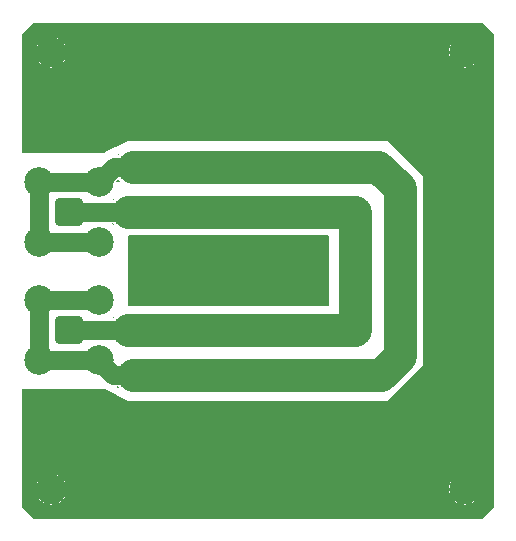
<source format=gtl>
G04 #@! TF.GenerationSoftware,KiCad,Pcbnew,7.0.7*
G04 #@! TF.CreationDate,2023-11-07T16:40:15+01:00*
G04 #@! TF.ProjectId,semkicker01,73656d6b-6963-46b6-9572-30312e6b6963,rev?*
G04 #@! TF.SameCoordinates,Original*
G04 #@! TF.FileFunction,Copper,L1,Top*
G04 #@! TF.FilePolarity,Positive*
%FSLAX46Y46*%
G04 Gerber Fmt 4.6, Leading zero omitted, Abs format (unit mm)*
G04 Created by KiCad (PCBNEW 7.0.7) date 2023-11-07 16:40:15*
%MOMM*%
%LPD*%
G01*
G04 APERTURE LIST*
G04 Aperture macros list*
%AMRoundRect*
0 Rectangle with rounded corners*
0 $1 Rounding radius*
0 $2 $3 $4 $5 $6 $7 $8 $9 X,Y pos of 4 corners*
0 Add a 4 corners polygon primitive as box body*
4,1,4,$2,$3,$4,$5,$6,$7,$8,$9,$2,$3,0*
0 Add four circle primitives for the rounded corners*
1,1,$1+$1,$2,$3*
1,1,$1+$1,$4,$5*
1,1,$1+$1,$6,$7*
1,1,$1+$1,$8,$9*
0 Add four rect primitives between the rounded corners*
20,1,$1+$1,$2,$3,$4,$5,0*
20,1,$1+$1,$4,$5,$6,$7,0*
20,1,$1+$1,$6,$7,$8,$9,0*
20,1,$1+$1,$8,$9,$2,$3,0*%
G04 Aperture macros list end*
G04 #@! TA.AperFunction,ComponentPad*
%ADD10RoundRect,0.200100X0.949900X-0.949900X0.949900X0.949900X-0.949900X0.949900X-0.949900X-0.949900X0*%
G04 #@! TD*
G04 #@! TA.AperFunction,ComponentPad*
%ADD11C,2.500000*%
G04 #@! TD*
G04 #@! TA.AperFunction,ViaPad*
%ADD12C,0.800000*%
G04 #@! TD*
G04 #@! TA.AperFunction,Conductor*
%ADD13C,2.800000*%
G04 #@! TD*
G04 #@! TA.AperFunction,Conductor*
%ADD14C,1.600000*%
G04 #@! TD*
G04 APERTURE END LIST*
D10*
X134000000Y-85000000D03*
D11*
X131460000Y-87540000D03*
X136540000Y-87540000D03*
X131460000Y-82460000D03*
X136540000Y-82460000D03*
D10*
X133960000Y-95000000D03*
D11*
X131420000Y-97540000D03*
X136500000Y-97540000D03*
X131420000Y-92460000D03*
X136500000Y-92460000D03*
D12*
X162250000Y-91000000D03*
X162250000Y-89000000D03*
X162250000Y-90000000D03*
X162250000Y-92000000D03*
X162250000Y-88000000D03*
X158250000Y-92000000D03*
X158250000Y-91000000D03*
X158250000Y-90000000D03*
X158250000Y-89000000D03*
X158250000Y-88000000D03*
X144000000Y-88000000D03*
X159000000Y-110000000D03*
X143000000Y-106000000D03*
X164000000Y-70000000D03*
X169000000Y-88000000D03*
X151000000Y-102000000D03*
X161000000Y-78000000D03*
X169000000Y-93000000D03*
X157000000Y-70000000D03*
X156000000Y-106000000D03*
X159000000Y-78000000D03*
X165000000Y-95000000D03*
X165000000Y-84000000D03*
X148000000Y-74000000D03*
X152000000Y-88000000D03*
X169000000Y-98000000D03*
X143000000Y-92000000D03*
X149000000Y-78000000D03*
X167000000Y-106000000D03*
X145000000Y-92000000D03*
X131000000Y-104000000D03*
X169000000Y-91000000D03*
X165000000Y-107000000D03*
X145000000Y-74000000D03*
X133000000Y-106000000D03*
X150000000Y-102000000D03*
X159000000Y-106000000D03*
X165000000Y-106000000D03*
X152000000Y-92000000D03*
X168000000Y-106000000D03*
X133000000Y-74000000D03*
X169000000Y-95000000D03*
X156000000Y-74000000D03*
X132000000Y-74000000D03*
X159000000Y-74000000D03*
X146000000Y-106000000D03*
X169000000Y-82000000D03*
X132000000Y-79000000D03*
X165000000Y-94000000D03*
X142000000Y-106000000D03*
X131000000Y-78000000D03*
X165000000Y-103000000D03*
X140000000Y-106000000D03*
X155000000Y-78000000D03*
X165000000Y-82000000D03*
X149000000Y-110000000D03*
X140000000Y-90000000D03*
X165000000Y-81000000D03*
X154000000Y-102000000D03*
X141000000Y-78000000D03*
X169000000Y-81000000D03*
X155000000Y-102000000D03*
X145000000Y-92000000D03*
X165000000Y-89000000D03*
X140000000Y-88000000D03*
X158000000Y-110000000D03*
X147000000Y-88000000D03*
X161000000Y-74000000D03*
X169000000Y-97000000D03*
X137000000Y-106000000D03*
X152000000Y-78000000D03*
X161000000Y-106000000D03*
X136000000Y-101000000D03*
X160000000Y-70000000D03*
X148000000Y-102000000D03*
X143000000Y-110000000D03*
X165000000Y-79000000D03*
X169000000Y-77000000D03*
X146000000Y-102000000D03*
X146000000Y-88000000D03*
X139000000Y-106000000D03*
X169000000Y-83000000D03*
X148000000Y-110000000D03*
X156000000Y-102000000D03*
X162000000Y-101000000D03*
X159000000Y-70000000D03*
X163000000Y-74000000D03*
X144000000Y-102000000D03*
X140000000Y-78000000D03*
X145000000Y-78000000D03*
X157000000Y-106000000D03*
X141000000Y-102000000D03*
X143000000Y-88000000D03*
X148000000Y-92000000D03*
X165000000Y-98000000D03*
X167000000Y-74000000D03*
X147000000Y-78000000D03*
X169000000Y-92000000D03*
X169000000Y-90000000D03*
X150000000Y-106000000D03*
X158000000Y-78000000D03*
X145000000Y-88000000D03*
X144000000Y-74000000D03*
X157000000Y-70000000D03*
X146000000Y-92000000D03*
X135000000Y-79000000D03*
X148000000Y-88000000D03*
X144000000Y-110000000D03*
X152000000Y-102000000D03*
X165000000Y-71000000D03*
X165000000Y-75000000D03*
X158000000Y-70000000D03*
X138000000Y-102000000D03*
X151000000Y-70000000D03*
X135000000Y-70000000D03*
X139000000Y-70000000D03*
X158000000Y-106000000D03*
X165000000Y-102000000D03*
X135000000Y-106000000D03*
X169000000Y-79000000D03*
X154000000Y-74000000D03*
X149000000Y-102000000D03*
X156000000Y-70000000D03*
X165000000Y-76000000D03*
X160000000Y-74000000D03*
X156000000Y-78000000D03*
X149000000Y-74000000D03*
X135000000Y-74000000D03*
X150000000Y-70000000D03*
X169000000Y-76000000D03*
X134000000Y-106000000D03*
X166000000Y-106000000D03*
X131000000Y-77000000D03*
X152000000Y-110000000D03*
X162000000Y-79000000D03*
X160000000Y-110000000D03*
X165000000Y-104000000D03*
X163000000Y-100000000D03*
X140000000Y-102000000D03*
X153000000Y-78000000D03*
X160000000Y-78000000D03*
X141000000Y-92000000D03*
X135000000Y-110000000D03*
X165000000Y-77000000D03*
X165000000Y-83000000D03*
X136000000Y-79000000D03*
X165000000Y-100000000D03*
X165000000Y-91000000D03*
X131000000Y-76000000D03*
X151000000Y-92000000D03*
X135000000Y-73000000D03*
X153000000Y-106000000D03*
X165000000Y-86000000D03*
X154000000Y-70000000D03*
X162000000Y-70000000D03*
X131000000Y-101000000D03*
X137000000Y-79000000D03*
X156000000Y-110000000D03*
X169000000Y-99000000D03*
X164000000Y-106000000D03*
X137000000Y-101000000D03*
X134000000Y-74000000D03*
X138000000Y-78000000D03*
X139000000Y-102000000D03*
X152000000Y-70000000D03*
X142000000Y-110000000D03*
X149000000Y-106000000D03*
X140000000Y-110000000D03*
X149000000Y-88000000D03*
X155000000Y-74000000D03*
X142000000Y-102000000D03*
X169000000Y-101000000D03*
X164000000Y-106000000D03*
X153000000Y-88000000D03*
X147000000Y-110000000D03*
X155000000Y-70000000D03*
X144000000Y-78000000D03*
X142000000Y-74000000D03*
X162000000Y-74000000D03*
X155000000Y-92000000D03*
X137000000Y-102000000D03*
X161000000Y-110000000D03*
X143000000Y-78000000D03*
X169000000Y-94000000D03*
X131000000Y-74000000D03*
X159000000Y-102000000D03*
X165000000Y-70000000D03*
X157000000Y-78000000D03*
X149000000Y-70000000D03*
X142000000Y-88000000D03*
X143000000Y-70000000D03*
X148000000Y-106000000D03*
X140000000Y-89000000D03*
X141000000Y-74000000D03*
X138000000Y-70000000D03*
X168000000Y-74000000D03*
X140000000Y-110000000D03*
X140000000Y-106000000D03*
X165000000Y-105000000D03*
X155000000Y-88000000D03*
X169000000Y-102000000D03*
X137000000Y-78000000D03*
X151000000Y-106000000D03*
X143000000Y-74000000D03*
X160000000Y-106000000D03*
X140000000Y-74000000D03*
X132000000Y-101000000D03*
X137000000Y-70000000D03*
X145000000Y-70000000D03*
X135000000Y-101000000D03*
X141000000Y-110000000D03*
X165000000Y-97000000D03*
X157000000Y-110000000D03*
X148000000Y-70000000D03*
X163000000Y-70000000D03*
X131000000Y-75000000D03*
X136000000Y-110000000D03*
X165000000Y-72000000D03*
X151000000Y-110000000D03*
X157000000Y-74000000D03*
X169000000Y-104000000D03*
X169000000Y-89000000D03*
X161000000Y-102000000D03*
X148000000Y-78000000D03*
X153000000Y-92000000D03*
X150000000Y-110000000D03*
X165000000Y-88000000D03*
X158000000Y-74000000D03*
X131000000Y-79000000D03*
X169000000Y-85000000D03*
X138000000Y-110000000D03*
X151000000Y-78000000D03*
X165000000Y-92000000D03*
X131000000Y-102000000D03*
X154000000Y-106000000D03*
X136000000Y-106000000D03*
X163000000Y-106000000D03*
X141000000Y-70000000D03*
X137000000Y-74000000D03*
X147000000Y-106000000D03*
X149000000Y-92000000D03*
X169000000Y-106000000D03*
X144000000Y-70000000D03*
X132000000Y-106000000D03*
X169000000Y-105000000D03*
X150000000Y-92000000D03*
X158000000Y-102000000D03*
X164000000Y-110000000D03*
X165000000Y-87000000D03*
X144000000Y-106000000D03*
X147000000Y-102000000D03*
X155000000Y-90000000D03*
X138000000Y-74000000D03*
X139000000Y-110000000D03*
X135000000Y-108000000D03*
X160000000Y-102000000D03*
X169000000Y-75000000D03*
X169000000Y-87000000D03*
X161000000Y-70000000D03*
X135000000Y-109000000D03*
X155000000Y-106000000D03*
X150000000Y-74000000D03*
X142000000Y-92000000D03*
X147000000Y-70000000D03*
X150000000Y-78000000D03*
X147000000Y-74000000D03*
X165000000Y-96000000D03*
X155000000Y-110000000D03*
X164000000Y-99000000D03*
X165000000Y-90000000D03*
X146000000Y-74000000D03*
X135000000Y-71000000D03*
X165000000Y-108000000D03*
X133000000Y-79000000D03*
X153000000Y-110000000D03*
X142000000Y-70000000D03*
X145000000Y-106000000D03*
X151000000Y-74000000D03*
X165000000Y-85000000D03*
X146000000Y-106000000D03*
X154000000Y-92000000D03*
X140000000Y-70000000D03*
X145000000Y-102000000D03*
X145000000Y-110000000D03*
X150000000Y-88000000D03*
X141000000Y-88000000D03*
X165000000Y-75000000D03*
X165000000Y-110000000D03*
X140000000Y-91000000D03*
X169000000Y-80000000D03*
X134000000Y-101000000D03*
X163000000Y-80000000D03*
X165000000Y-74000000D03*
X169000000Y-78000000D03*
X165000000Y-101000000D03*
X165000000Y-109000000D03*
X152000000Y-106000000D03*
X141000000Y-106000000D03*
X139000000Y-78000000D03*
X134000000Y-79000000D03*
X155000000Y-89000000D03*
X169000000Y-103000000D03*
X151000000Y-88000000D03*
X154000000Y-78000000D03*
X165000000Y-80000000D03*
X133000000Y-101000000D03*
X163000000Y-110000000D03*
X169000000Y-86000000D03*
X137000000Y-110000000D03*
X164000000Y-74000000D03*
X144000000Y-92000000D03*
X154000000Y-110000000D03*
X138000000Y-106000000D03*
X131000000Y-106000000D03*
X154000000Y-88000000D03*
X153000000Y-102000000D03*
X169000000Y-84000000D03*
X165000000Y-78000000D03*
X155000000Y-91000000D03*
X166000000Y-74000000D03*
X153000000Y-74000000D03*
X143000000Y-102000000D03*
X169000000Y-96000000D03*
X136000000Y-74000000D03*
X135000000Y-72000000D03*
X135000000Y-107000000D03*
X157000000Y-102000000D03*
X162000000Y-110000000D03*
X146000000Y-110000000D03*
X165000000Y-93000000D03*
X139000000Y-74000000D03*
X146000000Y-70000000D03*
X142000000Y-78000000D03*
X152000000Y-74000000D03*
X169000000Y-100000000D03*
X140000000Y-92000000D03*
X153000000Y-70000000D03*
X162000000Y-106000000D03*
X165000000Y-99000000D03*
X164000000Y-81000000D03*
X153000000Y-106000000D03*
X131000000Y-103000000D03*
X150000000Y-106000000D03*
X147000000Y-92000000D03*
X165000000Y-73000000D03*
X136000000Y-70000000D03*
X146000000Y-78000000D03*
X131000000Y-105000000D03*
X169000000Y-74000000D03*
D13*
X158200000Y-91950000D02*
X158200000Y-91050000D01*
X158250000Y-92000000D02*
X158200000Y-91950000D01*
X158200000Y-92050000D02*
X158250000Y-92000000D01*
X158200000Y-90950000D02*
X158200000Y-90050000D01*
X158250000Y-91000000D02*
X158200000Y-90950000D01*
X158200000Y-91050000D02*
X158250000Y-91000000D01*
X158200000Y-89950000D02*
X158200000Y-89050000D01*
X158250000Y-90000000D02*
X158200000Y-89950000D01*
X158200000Y-90050000D02*
X158250000Y-90000000D01*
X158200000Y-88950000D02*
X158200000Y-88050000D01*
X158250000Y-89000000D02*
X158200000Y-88950000D01*
X158200000Y-89050000D02*
X158250000Y-89000000D01*
X158200000Y-87950000D02*
X158200000Y-85000000D01*
X158250000Y-88000000D02*
X158200000Y-87950000D01*
X158200000Y-88050000D02*
X158250000Y-88000000D01*
D14*
X137800000Y-81200000D02*
X139400000Y-81200000D01*
X131420000Y-97540000D02*
X131420000Y-92460000D01*
X131420000Y-92460000D02*
X136500000Y-92460000D01*
X136500000Y-97540000D02*
X137760000Y-98800000D01*
X136540000Y-87540000D02*
X131460000Y-87540000D01*
X131460000Y-87540000D02*
X131460000Y-82460000D01*
D13*
X158200000Y-95000000D02*
X158200000Y-92050000D01*
D14*
X136500000Y-97540000D02*
X131420000Y-97540000D01*
D13*
X160450000Y-98800000D02*
X139400000Y-98800000D01*
D14*
X131460000Y-82460000D02*
X136540000Y-82460000D01*
D13*
X158200000Y-95000000D02*
X139000000Y-95000000D01*
D14*
X133960000Y-95000000D02*
X139000000Y-95000000D01*
D13*
X162000000Y-97250000D02*
X160450000Y-98800000D01*
X162000000Y-83000000D02*
X162000000Y-97250000D01*
D14*
X136540000Y-82460000D02*
X137800000Y-81200000D01*
D13*
X139400000Y-81200000D02*
X160200000Y-81200000D01*
X160200000Y-81200000D02*
X162000000Y-83000000D01*
X158200000Y-85000000D02*
X139000000Y-85000000D01*
D14*
X137760000Y-98800000D02*
X139400000Y-98800000D01*
X134000000Y-85000000D02*
X139000000Y-85000000D01*
G04 #@! TA.AperFunction,NonConductor*
G36*
X138235239Y-97688427D02*
G01*
X138235839Y-97697362D01*
X138233651Y-97701218D01*
X138169312Y-97776547D01*
X138161333Y-97780612D01*
X138152816Y-97777845D01*
X138152142Y-97777221D01*
X138112703Y-97737782D01*
X138109276Y-97729509D01*
X138112703Y-97721236D01*
X138117928Y-97718213D01*
X138185500Y-97700000D01*
X138219564Y-97683133D01*
X138228497Y-97682534D01*
X138235239Y-97688427D01*
G37*
G04 #@! TD.AperFunction*
G04 #@! TA.AperFunction,NonConductor*
G36*
X138152590Y-99803927D02*
G01*
X138153208Y-99804595D01*
X138233652Y-99898783D01*
X138236419Y-99907298D01*
X138232354Y-99915277D01*
X138223837Y-99918044D01*
X138219564Y-99916865D01*
X138185500Y-99900000D01*
X138029348Y-99822685D01*
X138023455Y-99815943D01*
X138024055Y-99807008D01*
X138030797Y-99801115D01*
X138034540Y-99800500D01*
X138144317Y-99800500D01*
X138152590Y-99803927D01*
G37*
G04 #@! TD.AperFunction*
G04 #@! TA.AperFunction,Conductor*
G36*
X132714846Y-107219296D02*
G01*
X132736131Y-107223049D01*
X132805744Y-107241701D01*
X132933981Y-107276062D01*
X132954282Y-107283451D01*
X133106020Y-107354208D01*
X133139915Y-107370014D01*
X133158633Y-107380821D01*
X133326418Y-107498305D01*
X133342976Y-107512199D01*
X133487800Y-107657023D01*
X133501694Y-107673581D01*
X133619178Y-107841366D01*
X133629985Y-107860084D01*
X133716545Y-108045710D01*
X133723938Y-108066022D01*
X133776950Y-108263868D01*
X133780703Y-108285154D01*
X133798554Y-108489193D01*
X133798554Y-108510807D01*
X133780703Y-108714845D01*
X133776950Y-108736131D01*
X133723938Y-108933977D01*
X133716545Y-108954289D01*
X133629985Y-109139915D01*
X133619178Y-109158633D01*
X133501694Y-109326418D01*
X133487800Y-109342976D01*
X133342976Y-109487800D01*
X133326418Y-109501694D01*
X133158633Y-109619178D01*
X133139915Y-109629985D01*
X132954289Y-109716545D01*
X132933977Y-109723938D01*
X132736131Y-109776950D01*
X132714845Y-109780703D01*
X132510807Y-109798554D01*
X132489193Y-109798554D01*
X132285154Y-109780703D01*
X132263868Y-109776950D01*
X132066022Y-109723938D01*
X132045710Y-109716545D01*
X131860084Y-109629985D01*
X131841366Y-109619178D01*
X131673581Y-109501694D01*
X131657023Y-109487800D01*
X131512199Y-109342976D01*
X131498305Y-109326418D01*
X131380821Y-109158633D01*
X131370014Y-109139915D01*
X131354208Y-109106020D01*
X131283451Y-108954282D01*
X131276061Y-108933977D01*
X131223049Y-108736131D01*
X131219296Y-108714845D01*
X131201445Y-108510807D01*
X131201445Y-108489193D01*
X131219296Y-108285154D01*
X131223049Y-108263868D01*
X131276063Y-108066014D01*
X131283449Y-108045721D01*
X131370015Y-107860081D01*
X131380821Y-107841366D01*
X131498305Y-107673581D01*
X131512193Y-107657029D01*
X131657029Y-107512193D01*
X131673581Y-107498305D01*
X131841366Y-107380821D01*
X131860081Y-107370015D01*
X132045721Y-107283449D01*
X132066014Y-107276063D01*
X132263868Y-107223048D01*
X132285151Y-107219296D01*
X132489198Y-107201445D01*
X132510802Y-107201445D01*
X132714846Y-107219296D01*
G37*
G04 #@! TD.AperFunction*
G04 #@! TA.AperFunction,Conductor*
G36*
X167714846Y-107219296D02*
G01*
X167736131Y-107223049D01*
X167805744Y-107241701D01*
X167933981Y-107276062D01*
X167954282Y-107283451D01*
X168106020Y-107354208D01*
X168139915Y-107370014D01*
X168158633Y-107380821D01*
X168326418Y-107498305D01*
X168342976Y-107512199D01*
X168487800Y-107657023D01*
X168501694Y-107673581D01*
X168619178Y-107841366D01*
X168629985Y-107860084D01*
X168716545Y-108045710D01*
X168723938Y-108066022D01*
X168776950Y-108263868D01*
X168780703Y-108285154D01*
X168798554Y-108489193D01*
X168798554Y-108510807D01*
X168780703Y-108714845D01*
X168776950Y-108736131D01*
X168723938Y-108933977D01*
X168716545Y-108954289D01*
X168629985Y-109139915D01*
X168619178Y-109158633D01*
X168501694Y-109326418D01*
X168487800Y-109342976D01*
X168342976Y-109487800D01*
X168326418Y-109501694D01*
X168158633Y-109619178D01*
X168139915Y-109629985D01*
X167954289Y-109716545D01*
X167933977Y-109723938D01*
X167736131Y-109776950D01*
X167714845Y-109780703D01*
X167510807Y-109798554D01*
X167489193Y-109798554D01*
X167285154Y-109780703D01*
X167263868Y-109776950D01*
X167066022Y-109723938D01*
X167045710Y-109716545D01*
X166860084Y-109629985D01*
X166841366Y-109619178D01*
X166673581Y-109501694D01*
X166657023Y-109487800D01*
X166512199Y-109342976D01*
X166498305Y-109326418D01*
X166380821Y-109158633D01*
X166370014Y-109139915D01*
X166354208Y-109106020D01*
X166283451Y-108954282D01*
X166276061Y-108933977D01*
X166223049Y-108736131D01*
X166219296Y-108714845D01*
X166201445Y-108510807D01*
X166201445Y-108489193D01*
X166219296Y-108285154D01*
X166223049Y-108263868D01*
X166276063Y-108066014D01*
X166283449Y-108045721D01*
X166370015Y-107860081D01*
X166380821Y-107841366D01*
X166498305Y-107673581D01*
X166512193Y-107657029D01*
X166657029Y-107512193D01*
X166673581Y-107498305D01*
X166841366Y-107380821D01*
X166860081Y-107370015D01*
X167045721Y-107283449D01*
X167066014Y-107276063D01*
X167263868Y-107223048D01*
X167285151Y-107219296D01*
X167489198Y-107201445D01*
X167510802Y-107201445D01*
X167714846Y-107219296D01*
G37*
G04 #@! TD.AperFunction*
G04 #@! TA.AperFunction,Conductor*
G36*
X132714846Y-70219296D02*
G01*
X132736131Y-70223049D01*
X132805744Y-70241701D01*
X132933981Y-70276062D01*
X132954282Y-70283451D01*
X133106020Y-70354208D01*
X133139915Y-70370014D01*
X133158633Y-70380821D01*
X133326418Y-70498305D01*
X133342976Y-70512199D01*
X133487800Y-70657023D01*
X133501694Y-70673581D01*
X133619178Y-70841366D01*
X133629985Y-70860084D01*
X133716545Y-71045710D01*
X133723938Y-71066022D01*
X133776950Y-71263868D01*
X133780703Y-71285154D01*
X133798554Y-71489193D01*
X133798554Y-71510807D01*
X133780703Y-71714845D01*
X133776950Y-71736131D01*
X133723938Y-71933977D01*
X133716545Y-71954289D01*
X133629985Y-72139915D01*
X133619178Y-72158633D01*
X133501694Y-72326418D01*
X133487800Y-72342976D01*
X133342976Y-72487800D01*
X133326418Y-72501694D01*
X133158633Y-72619178D01*
X133139915Y-72629985D01*
X132954289Y-72716545D01*
X132933977Y-72723938D01*
X132736131Y-72776950D01*
X132714845Y-72780703D01*
X132510807Y-72798554D01*
X132489193Y-72798554D01*
X132285154Y-72780703D01*
X132263868Y-72776950D01*
X132066022Y-72723938D01*
X132045710Y-72716545D01*
X131860084Y-72629985D01*
X131841366Y-72619178D01*
X131673581Y-72501694D01*
X131657023Y-72487800D01*
X131512199Y-72342976D01*
X131498305Y-72326418D01*
X131380821Y-72158633D01*
X131370014Y-72139915D01*
X131354208Y-72106020D01*
X131283451Y-71954282D01*
X131276061Y-71933977D01*
X131223049Y-71736131D01*
X131219296Y-71714845D01*
X131201445Y-71510807D01*
X131201445Y-71489193D01*
X131219296Y-71285154D01*
X131223049Y-71263868D01*
X131276063Y-71066014D01*
X131283449Y-71045721D01*
X131370015Y-70860081D01*
X131380821Y-70841366D01*
X131498305Y-70673581D01*
X131512193Y-70657029D01*
X131657029Y-70512193D01*
X131673581Y-70498305D01*
X131841366Y-70380821D01*
X131860081Y-70370015D01*
X132045721Y-70283449D01*
X132066014Y-70276063D01*
X132263868Y-70223048D01*
X132285151Y-70219296D01*
X132489198Y-70201445D01*
X132510802Y-70201445D01*
X132714846Y-70219296D01*
G37*
G04 #@! TD.AperFunction*
G04 #@! TA.AperFunction,Conductor*
G36*
X167714846Y-70219296D02*
G01*
X167736131Y-70223049D01*
X167805744Y-70241701D01*
X167933981Y-70276062D01*
X167954282Y-70283451D01*
X168106020Y-70354208D01*
X168139915Y-70370014D01*
X168158633Y-70380821D01*
X168326418Y-70498305D01*
X168342976Y-70512199D01*
X168487800Y-70657023D01*
X168501694Y-70673581D01*
X168619178Y-70841366D01*
X168629985Y-70860084D01*
X168716545Y-71045710D01*
X168723938Y-71066022D01*
X168776950Y-71263868D01*
X168780703Y-71285154D01*
X168798554Y-71489193D01*
X168798554Y-71510807D01*
X168780703Y-71714845D01*
X168776950Y-71736131D01*
X168723938Y-71933977D01*
X168716545Y-71954289D01*
X168629985Y-72139915D01*
X168619178Y-72158633D01*
X168501694Y-72326418D01*
X168487800Y-72342976D01*
X168342976Y-72487800D01*
X168326418Y-72501694D01*
X168158633Y-72619178D01*
X168139915Y-72629985D01*
X167954289Y-72716545D01*
X167933977Y-72723938D01*
X167736131Y-72776950D01*
X167714845Y-72780703D01*
X167510807Y-72798554D01*
X167489193Y-72798554D01*
X167285154Y-72780703D01*
X167263868Y-72776950D01*
X167066022Y-72723938D01*
X167045710Y-72716545D01*
X166860084Y-72629985D01*
X166841366Y-72619178D01*
X166673581Y-72501694D01*
X166657023Y-72487800D01*
X166512199Y-72342976D01*
X166498305Y-72326418D01*
X166380821Y-72158633D01*
X166370014Y-72139915D01*
X166354208Y-72106020D01*
X166283451Y-71954282D01*
X166276061Y-71933977D01*
X166223049Y-71736131D01*
X166219296Y-71714845D01*
X166201445Y-71510807D01*
X166201445Y-71489193D01*
X166219296Y-71285154D01*
X166223049Y-71263868D01*
X166276063Y-71066014D01*
X166283449Y-71045721D01*
X166370015Y-70860081D01*
X166380821Y-70841366D01*
X166498305Y-70673581D01*
X166512193Y-70657029D01*
X166657029Y-70512193D01*
X166673581Y-70498305D01*
X166841366Y-70380821D01*
X166860081Y-70370015D01*
X167045721Y-70283449D01*
X167066014Y-70276063D01*
X167263868Y-70223048D01*
X167285151Y-70219296D01*
X167489198Y-70201445D01*
X167510802Y-70201445D01*
X167714846Y-70219296D01*
G37*
G04 #@! TD.AperFunction*
G04 #@! TA.AperFunction,Conductor*
G36*
X169015469Y-69020185D02*
G01*
X169036111Y-69036819D01*
X169963181Y-69963888D01*
X169996666Y-70025211D01*
X169999500Y-70051569D01*
X169999500Y-109948430D01*
X169979815Y-110015469D01*
X169963181Y-110036111D01*
X169036111Y-110963181D01*
X168974788Y-110996666D01*
X168948430Y-110999500D01*
X131051569Y-110999500D01*
X130984530Y-110979815D01*
X130963888Y-110963181D01*
X130036819Y-110036111D01*
X130003334Y-109974788D01*
X130000500Y-109948430D01*
X130000500Y-108500001D01*
X131194532Y-108500001D01*
X131214364Y-108726686D01*
X131214366Y-108726697D01*
X131273258Y-108946488D01*
X131273261Y-108946497D01*
X131369431Y-109152732D01*
X131369432Y-109152734D01*
X131499954Y-109339141D01*
X131660858Y-109500045D01*
X131660861Y-109500047D01*
X131847266Y-109630568D01*
X132053504Y-109726739D01*
X132273308Y-109785635D01*
X132420973Y-109798554D01*
X132499998Y-109805468D01*
X132500000Y-109805468D01*
X132500002Y-109805468D01*
X132579027Y-109798554D01*
X132726692Y-109785635D01*
X132946496Y-109726739D01*
X133152734Y-109630568D01*
X133339139Y-109500047D01*
X133500047Y-109339139D01*
X133630568Y-109152734D01*
X133726739Y-108946496D01*
X133785635Y-108726692D01*
X133805468Y-108500001D01*
X166194532Y-108500001D01*
X166214364Y-108726686D01*
X166214366Y-108726697D01*
X166273258Y-108946488D01*
X166273261Y-108946497D01*
X166369431Y-109152732D01*
X166369432Y-109152734D01*
X166499954Y-109339141D01*
X166660858Y-109500045D01*
X166660861Y-109500047D01*
X166847266Y-109630568D01*
X167053504Y-109726739D01*
X167273308Y-109785635D01*
X167420973Y-109798554D01*
X167499998Y-109805468D01*
X167500000Y-109805468D01*
X167500002Y-109805468D01*
X167579027Y-109798554D01*
X167726692Y-109785635D01*
X167946496Y-109726739D01*
X168152734Y-109630568D01*
X168339139Y-109500047D01*
X168500047Y-109339139D01*
X168630568Y-109152734D01*
X168726739Y-108946496D01*
X168785635Y-108726692D01*
X168805468Y-108500000D01*
X168785635Y-108273308D01*
X168726739Y-108053504D01*
X168630568Y-107847266D01*
X168500047Y-107660861D01*
X168500045Y-107660858D01*
X168339141Y-107499954D01*
X168152734Y-107369432D01*
X168152732Y-107369431D01*
X167946497Y-107273261D01*
X167946488Y-107273258D01*
X167726697Y-107214366D01*
X167726693Y-107214365D01*
X167726692Y-107214365D01*
X167726691Y-107214364D01*
X167726686Y-107214364D01*
X167500002Y-107194532D01*
X167499998Y-107194532D01*
X167273313Y-107214364D01*
X167273302Y-107214366D01*
X167053511Y-107273258D01*
X167053502Y-107273261D01*
X166847267Y-107369431D01*
X166847265Y-107369432D01*
X166660858Y-107499954D01*
X166499954Y-107660858D01*
X166369432Y-107847265D01*
X166369431Y-107847267D01*
X166273261Y-108053502D01*
X166273258Y-108053511D01*
X166214366Y-108273302D01*
X166214364Y-108273313D01*
X166194532Y-108499998D01*
X166194532Y-108500001D01*
X133805468Y-108500001D01*
X133805468Y-108500000D01*
X133785635Y-108273308D01*
X133726739Y-108053504D01*
X133630568Y-107847266D01*
X133500047Y-107660861D01*
X133500045Y-107660858D01*
X133339141Y-107499954D01*
X133152734Y-107369432D01*
X133152732Y-107369431D01*
X132946497Y-107273261D01*
X132946488Y-107273258D01*
X132726697Y-107214366D01*
X132726693Y-107214365D01*
X132726692Y-107214365D01*
X132726691Y-107214364D01*
X132726686Y-107214364D01*
X132500002Y-107194532D01*
X132499998Y-107194532D01*
X132273313Y-107214364D01*
X132273302Y-107214366D01*
X132053511Y-107273258D01*
X132053502Y-107273261D01*
X131847267Y-107369431D01*
X131847265Y-107369432D01*
X131660858Y-107499954D01*
X131499954Y-107660858D01*
X131369432Y-107847265D01*
X131369431Y-107847267D01*
X131273261Y-108053502D01*
X131273258Y-108053511D01*
X131214366Y-108273302D01*
X131214364Y-108273313D01*
X131194532Y-108499998D01*
X131194532Y-108500001D01*
X130000500Y-108500001D01*
X130000500Y-100124000D01*
X130020185Y-100056961D01*
X130072989Y-100011206D01*
X130124500Y-100000000D01*
X136970728Y-100000000D01*
X137026181Y-100013090D01*
X139000000Y-101000000D01*
X161000000Y-101000000D01*
X164000000Y-98000000D01*
X164000000Y-82000000D01*
X161000000Y-79000000D01*
X139000000Y-79000000D01*
X137026181Y-79986909D01*
X136970728Y-80000000D01*
X130124500Y-80000000D01*
X130057461Y-79980315D01*
X130011706Y-79927511D01*
X130000500Y-79876000D01*
X130000500Y-79000000D01*
X130000500Y-71500001D01*
X131194532Y-71500001D01*
X131214364Y-71726686D01*
X131214366Y-71726697D01*
X131273258Y-71946488D01*
X131273261Y-71946497D01*
X131369431Y-72152732D01*
X131369432Y-72152734D01*
X131499954Y-72339141D01*
X131660858Y-72500045D01*
X131660861Y-72500047D01*
X131847266Y-72630568D01*
X132053504Y-72726739D01*
X132273308Y-72785635D01*
X132420973Y-72798554D01*
X132499998Y-72805468D01*
X132500000Y-72805468D01*
X132500002Y-72805468D01*
X132579027Y-72798554D01*
X132726692Y-72785635D01*
X132946496Y-72726739D01*
X133152734Y-72630568D01*
X133339139Y-72500047D01*
X133500047Y-72339139D01*
X133630568Y-72152734D01*
X133726739Y-71946496D01*
X133785635Y-71726692D01*
X133805468Y-71500001D01*
X166194532Y-71500001D01*
X166214364Y-71726686D01*
X166214366Y-71726697D01*
X166273258Y-71946488D01*
X166273261Y-71946497D01*
X166369431Y-72152732D01*
X166369432Y-72152734D01*
X166499954Y-72339141D01*
X166660858Y-72500045D01*
X166660861Y-72500047D01*
X166847266Y-72630568D01*
X167053504Y-72726739D01*
X167273308Y-72785635D01*
X167420973Y-72798554D01*
X167499998Y-72805468D01*
X167500000Y-72805468D01*
X167500002Y-72805468D01*
X167579027Y-72798554D01*
X167726692Y-72785635D01*
X167946496Y-72726739D01*
X168152734Y-72630568D01*
X168339139Y-72500047D01*
X168500047Y-72339139D01*
X168630568Y-72152734D01*
X168726739Y-71946496D01*
X168785635Y-71726692D01*
X168805468Y-71500000D01*
X168785635Y-71273308D01*
X168726739Y-71053504D01*
X168630568Y-70847266D01*
X168500047Y-70660861D01*
X168500045Y-70660858D01*
X168339141Y-70499954D01*
X168152734Y-70369432D01*
X168152732Y-70369431D01*
X167946497Y-70273261D01*
X167946488Y-70273258D01*
X167726697Y-70214366D01*
X167726693Y-70214365D01*
X167726692Y-70214365D01*
X167726691Y-70214364D01*
X167726686Y-70214364D01*
X167500002Y-70194532D01*
X167499998Y-70194532D01*
X167273313Y-70214364D01*
X167273302Y-70214366D01*
X167053511Y-70273258D01*
X167053502Y-70273261D01*
X166847267Y-70369431D01*
X166847265Y-70369432D01*
X166660858Y-70499954D01*
X166499954Y-70660858D01*
X166369432Y-70847265D01*
X166369431Y-70847267D01*
X166273261Y-71053502D01*
X166273258Y-71053511D01*
X166214366Y-71273302D01*
X166214364Y-71273313D01*
X166194532Y-71499998D01*
X166194532Y-71500001D01*
X133805468Y-71500001D01*
X133805468Y-71500000D01*
X133785635Y-71273308D01*
X133726739Y-71053504D01*
X133630568Y-70847266D01*
X133500047Y-70660861D01*
X133500045Y-70660858D01*
X133339141Y-70499954D01*
X133152734Y-70369432D01*
X133152732Y-70369431D01*
X132946497Y-70273261D01*
X132946488Y-70273258D01*
X132726697Y-70214366D01*
X132726693Y-70214365D01*
X132726692Y-70214365D01*
X132726691Y-70214364D01*
X132726686Y-70214364D01*
X132500002Y-70194532D01*
X132499998Y-70194532D01*
X132273313Y-70214364D01*
X132273302Y-70214366D01*
X132053511Y-70273258D01*
X132053502Y-70273261D01*
X131847267Y-70369431D01*
X131847265Y-70369432D01*
X131660858Y-70499954D01*
X131499954Y-70660858D01*
X131369432Y-70847265D01*
X131369431Y-70847267D01*
X131273261Y-71053502D01*
X131273258Y-71053511D01*
X131214366Y-71273302D01*
X131214364Y-71273313D01*
X131194532Y-71499998D01*
X131194532Y-71500001D01*
X130000500Y-71500001D01*
X130000500Y-70051565D01*
X130020184Y-69984530D01*
X130036813Y-69963893D01*
X130963888Y-69036819D01*
X131025211Y-69003334D01*
X131051569Y-69000500D01*
X168948430Y-69000500D01*
X169015469Y-69020185D01*
G37*
G04 #@! TD.AperFunction*
G04 #@! TA.AperFunction,NonConductor*
G36*
X138235240Y-80088427D02*
G01*
X138235840Y-80097362D01*
X138233652Y-80101218D01*
X138153214Y-80195399D01*
X138145235Y-80199464D01*
X138144317Y-80199500D01*
X138034540Y-80199500D01*
X138026267Y-80196073D01*
X138022840Y-80187800D01*
X138026267Y-80179527D01*
X138029349Y-80177315D01*
X138185500Y-80100000D01*
X138190828Y-80097362D01*
X138219563Y-80083133D01*
X138228498Y-80082534D01*
X138235240Y-80088427D01*
G37*
G04 #@! TD.AperFunction*
G04 #@! TA.AperFunction,NonConductor*
G36*
X138187114Y-82244351D02*
G01*
X138187738Y-82245025D01*
X138221956Y-82285088D01*
X138264776Y-82335224D01*
X138424237Y-82471417D01*
X138428302Y-82479395D01*
X138425535Y-82487912D01*
X138418392Y-82491881D01*
X138365718Y-82499868D01*
X138363964Y-82500000D01*
X138004866Y-82500000D01*
X137996593Y-82496573D01*
X137993166Y-82488300D01*
X137993206Y-82487334D01*
X137995471Y-82460000D01*
X137992814Y-82427954D01*
X137995545Y-82419429D01*
X137996189Y-82418729D01*
X138170569Y-82244350D01*
X138178841Y-82240924D01*
X138187114Y-82244351D01*
G37*
G04 #@! TD.AperFunction*
G04 #@! TA.AperFunction,NonConductor*
G36*
X137835240Y-93888427D02*
G01*
X137835840Y-93897362D01*
X137833652Y-93901218D01*
X137753214Y-93995399D01*
X137745235Y-93999464D01*
X137744317Y-93999500D01*
X137634540Y-93999500D01*
X137626267Y-93996073D01*
X137622840Y-93987800D01*
X137626267Y-93979527D01*
X137629349Y-93977315D01*
X137785500Y-93900000D01*
X137790828Y-93897362D01*
X137819563Y-93883133D01*
X137828498Y-93882534D01*
X137835240Y-93888427D01*
G37*
G04 #@! TD.AperFunction*
G04 #@! TA.AperFunction,NonConductor*
G36*
X137752590Y-96003927D02*
G01*
X137753208Y-96004595D01*
X137833652Y-96098783D01*
X137836419Y-96107298D01*
X137832354Y-96115277D01*
X137823837Y-96118044D01*
X137819564Y-96116865D01*
X137785500Y-96100000D01*
X137629348Y-96022685D01*
X137623455Y-96015943D01*
X137624055Y-96007008D01*
X137630797Y-96001115D01*
X137634540Y-96000500D01*
X137744317Y-96000500D01*
X137752590Y-96003927D01*
G37*
G04 #@! TD.AperFunction*
G04 #@! TA.AperFunction,NonConductor*
G36*
X137835240Y-83888427D02*
G01*
X137835840Y-83897362D01*
X137833652Y-83901218D01*
X137753214Y-83995399D01*
X137745235Y-83999464D01*
X137744317Y-83999500D01*
X137634540Y-83999500D01*
X137626267Y-83996073D01*
X137622840Y-83987800D01*
X137626267Y-83979527D01*
X137629349Y-83977315D01*
X137785500Y-83900000D01*
X137790828Y-83897362D01*
X137819563Y-83883133D01*
X137828498Y-83882534D01*
X137835240Y-83888427D01*
G37*
G04 #@! TD.AperFunction*
G04 #@! TA.AperFunction,NonConductor*
G36*
X137752590Y-86003927D02*
G01*
X137753208Y-86004595D01*
X137833652Y-86098783D01*
X137836419Y-86107298D01*
X137832354Y-86115277D01*
X137823837Y-86118044D01*
X137819564Y-86116865D01*
X137785500Y-86100000D01*
X137629348Y-86022685D01*
X137623455Y-86015943D01*
X137624055Y-86007008D01*
X137630797Y-86001115D01*
X137634540Y-86000500D01*
X137744317Y-86000500D01*
X137752590Y-86003927D01*
G37*
G04 #@! TD.AperFunction*
G04 #@! TA.AperFunction,Conductor*
G36*
X155943039Y-87019685D02*
G01*
X155988794Y-87072489D01*
X156000000Y-87124000D01*
X156000000Y-92876000D01*
X155980315Y-92943039D01*
X155927511Y-92988794D01*
X155876000Y-93000000D01*
X139124000Y-93000000D01*
X139056961Y-92980315D01*
X139011206Y-92927511D01*
X139000000Y-92876000D01*
X139000000Y-87124000D01*
X139019685Y-87056961D01*
X139072489Y-87011206D01*
X139124000Y-87000000D01*
X155876000Y-87000000D01*
X155943039Y-87019685D01*
G37*
G04 #@! TD.AperFunction*
M02*

</source>
